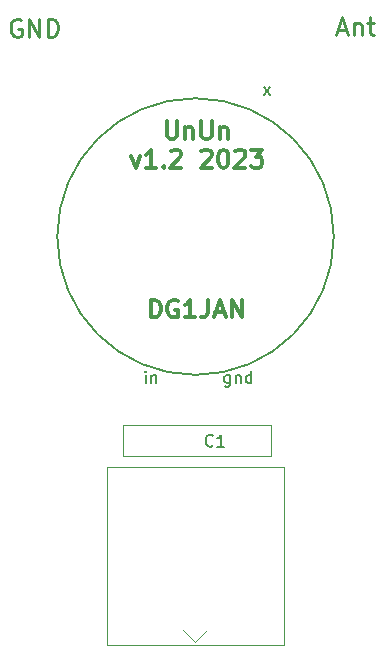
<source format=gbr>
%TF.GenerationSoftware,KiCad,Pcbnew,6.0.2+dfsg-1*%
%TF.CreationDate,2023-08-31T23:38:15+02:00*%
%TF.ProjectId,UnUn_BNC,556e556e-5f42-44e4-932e-6b696361645f,rev?*%
%TF.SameCoordinates,Original*%
%TF.FileFunction,Legend,Top*%
%TF.FilePolarity,Positive*%
%FSLAX46Y46*%
G04 Gerber Fmt 4.6, Leading zero omitted, Abs format (unit mm)*
G04 Created by KiCad (PCBNEW 6.0.2+dfsg-1) date 2023-08-31 23:38:15*
%MOMM*%
%LPD*%
G01*
G04 APERTURE LIST*
%ADD10C,0.250000*%
%ADD11C,0.300000*%
%ADD12C,0.150000*%
%ADD13C,0.120000*%
G04 APERTURE END LIST*
D10*
X129610714Y-48050000D02*
X130325000Y-48050000D01*
X129467857Y-48478571D02*
X129967857Y-46978571D01*
X130467857Y-48478571D01*
X130967857Y-47478571D02*
X130967857Y-48478571D01*
X130967857Y-47621428D02*
X131039285Y-47550000D01*
X131182142Y-47478571D01*
X131396428Y-47478571D01*
X131539285Y-47550000D01*
X131610714Y-47692857D01*
X131610714Y-48478571D01*
X132110714Y-47478571D02*
X132682142Y-47478571D01*
X132325000Y-46978571D02*
X132325000Y-48264285D01*
X132396428Y-48407142D01*
X132539285Y-48478571D01*
X132682142Y-48478571D01*
D11*
X115128571Y-55771071D02*
X115128571Y-56985357D01*
X115200000Y-57128214D01*
X115271428Y-57199642D01*
X115414285Y-57271071D01*
X115700000Y-57271071D01*
X115842857Y-57199642D01*
X115914285Y-57128214D01*
X115985714Y-56985357D01*
X115985714Y-55771071D01*
X116700000Y-56271071D02*
X116700000Y-57271071D01*
X116700000Y-56413928D02*
X116771428Y-56342500D01*
X116914285Y-56271071D01*
X117128571Y-56271071D01*
X117271428Y-56342500D01*
X117342857Y-56485357D01*
X117342857Y-57271071D01*
X118057142Y-55771071D02*
X118057142Y-56985357D01*
X118128571Y-57128214D01*
X118200000Y-57199642D01*
X118342857Y-57271071D01*
X118628571Y-57271071D01*
X118771428Y-57199642D01*
X118842857Y-57128214D01*
X118914285Y-56985357D01*
X118914285Y-55771071D01*
X119628571Y-56271071D02*
X119628571Y-57271071D01*
X119628571Y-56413928D02*
X119700000Y-56342500D01*
X119842857Y-56271071D01*
X120057142Y-56271071D01*
X120200000Y-56342500D01*
X120271428Y-56485357D01*
X120271428Y-57271071D01*
X112128571Y-58686071D02*
X112485714Y-59686071D01*
X112842857Y-58686071D01*
X114200000Y-59686071D02*
X113342857Y-59686071D01*
X113771428Y-59686071D02*
X113771428Y-58186071D01*
X113628571Y-58400357D01*
X113485714Y-58543214D01*
X113342857Y-58614642D01*
X114842857Y-59543214D02*
X114914285Y-59614642D01*
X114842857Y-59686071D01*
X114771428Y-59614642D01*
X114842857Y-59543214D01*
X114842857Y-59686071D01*
X115485714Y-58328928D02*
X115557142Y-58257500D01*
X115700000Y-58186071D01*
X116057142Y-58186071D01*
X116200000Y-58257500D01*
X116271428Y-58328928D01*
X116342857Y-58471785D01*
X116342857Y-58614642D01*
X116271428Y-58828928D01*
X115414285Y-59686071D01*
X116342857Y-59686071D01*
X118057142Y-58328928D02*
X118128571Y-58257500D01*
X118271428Y-58186071D01*
X118628571Y-58186071D01*
X118771428Y-58257500D01*
X118842857Y-58328928D01*
X118914285Y-58471785D01*
X118914285Y-58614642D01*
X118842857Y-58828928D01*
X117985714Y-59686071D01*
X118914285Y-59686071D01*
X119842857Y-58186071D02*
X119985714Y-58186071D01*
X120128571Y-58257500D01*
X120200000Y-58328928D01*
X120271428Y-58471785D01*
X120342857Y-58757500D01*
X120342857Y-59114642D01*
X120271428Y-59400357D01*
X120200000Y-59543214D01*
X120128571Y-59614642D01*
X119985714Y-59686071D01*
X119842857Y-59686071D01*
X119700000Y-59614642D01*
X119628571Y-59543214D01*
X119557142Y-59400357D01*
X119485714Y-59114642D01*
X119485714Y-58757500D01*
X119557142Y-58471785D01*
X119628571Y-58328928D01*
X119700000Y-58257500D01*
X119842857Y-58186071D01*
X120914285Y-58328928D02*
X120985714Y-58257500D01*
X121128571Y-58186071D01*
X121485714Y-58186071D01*
X121628571Y-58257500D01*
X121700000Y-58328928D01*
X121771428Y-58471785D01*
X121771428Y-58614642D01*
X121700000Y-58828928D01*
X120842857Y-59686071D01*
X121771428Y-59686071D01*
X122271428Y-58186071D02*
X123200000Y-58186071D01*
X122700000Y-58757500D01*
X122914285Y-58757500D01*
X123057142Y-58828928D01*
X123128571Y-58900357D01*
X123200000Y-59043214D01*
X123200000Y-59400357D01*
X123128571Y-59543214D01*
X123057142Y-59614642D01*
X122914285Y-59686071D01*
X122485714Y-59686071D01*
X122342857Y-59614642D01*
X122271428Y-59543214D01*
X113742857Y-72378571D02*
X113742857Y-70878571D01*
X114100000Y-70878571D01*
X114314285Y-70950000D01*
X114457142Y-71092857D01*
X114528571Y-71235714D01*
X114600000Y-71521428D01*
X114600000Y-71735714D01*
X114528571Y-72021428D01*
X114457142Y-72164285D01*
X114314285Y-72307142D01*
X114100000Y-72378571D01*
X113742857Y-72378571D01*
X116028571Y-70950000D02*
X115885714Y-70878571D01*
X115671428Y-70878571D01*
X115457142Y-70950000D01*
X115314285Y-71092857D01*
X115242857Y-71235714D01*
X115171428Y-71521428D01*
X115171428Y-71735714D01*
X115242857Y-72021428D01*
X115314285Y-72164285D01*
X115457142Y-72307142D01*
X115671428Y-72378571D01*
X115814285Y-72378571D01*
X116028571Y-72307142D01*
X116100000Y-72235714D01*
X116100000Y-71735714D01*
X115814285Y-71735714D01*
X117528571Y-72378571D02*
X116671428Y-72378571D01*
X117100000Y-72378571D02*
X117100000Y-70878571D01*
X116957142Y-71092857D01*
X116814285Y-71235714D01*
X116671428Y-71307142D01*
X118600000Y-70878571D02*
X118600000Y-71950000D01*
X118528571Y-72164285D01*
X118385714Y-72307142D01*
X118171428Y-72378571D01*
X118028571Y-72378571D01*
X119242857Y-71950000D02*
X119957142Y-71950000D01*
X119100000Y-72378571D02*
X119600000Y-70878571D01*
X120100000Y-72378571D01*
X120600000Y-72378571D02*
X120600000Y-70878571D01*
X121457142Y-72378571D01*
X121457142Y-70878571D01*
D10*
X102757142Y-47175000D02*
X102614285Y-47103571D01*
X102400000Y-47103571D01*
X102185714Y-47175000D01*
X102042857Y-47317857D01*
X101971428Y-47460714D01*
X101900000Y-47746428D01*
X101900000Y-47960714D01*
X101971428Y-48246428D01*
X102042857Y-48389285D01*
X102185714Y-48532142D01*
X102400000Y-48603571D01*
X102542857Y-48603571D01*
X102757142Y-48532142D01*
X102828571Y-48460714D01*
X102828571Y-47960714D01*
X102542857Y-47960714D01*
X103471428Y-48603571D02*
X103471428Y-47103571D01*
X104328571Y-48603571D01*
X104328571Y-47103571D01*
X105042857Y-48603571D02*
X105042857Y-47103571D01*
X105400000Y-47103571D01*
X105614285Y-47175000D01*
X105757142Y-47317857D01*
X105828571Y-47460714D01*
X105900000Y-47746428D01*
X105900000Y-47960714D01*
X105828571Y-48246428D01*
X105757142Y-48389285D01*
X105614285Y-48532142D01*
X105400000Y-48603571D01*
X105042857Y-48603571D01*
D12*
%TO.C,U2*%
X123334495Y-53538380D02*
X123858304Y-52871714D01*
X123334495Y-52871714D02*
X123858304Y-53538380D01*
X120467523Y-77255714D02*
X120467523Y-78065238D01*
X120419904Y-78160476D01*
X120372285Y-78208095D01*
X120277047Y-78255714D01*
X120134190Y-78255714D01*
X120038952Y-78208095D01*
X120467523Y-77874761D02*
X120372285Y-77922380D01*
X120181809Y-77922380D01*
X120086571Y-77874761D01*
X120038952Y-77827142D01*
X119991333Y-77731904D01*
X119991333Y-77446190D01*
X120038952Y-77350952D01*
X120086571Y-77303333D01*
X120181809Y-77255714D01*
X120372285Y-77255714D01*
X120467523Y-77303333D01*
X120943714Y-77255714D02*
X120943714Y-77922380D01*
X120943714Y-77350952D02*
X120991333Y-77303333D01*
X121086571Y-77255714D01*
X121229428Y-77255714D01*
X121324666Y-77303333D01*
X121372285Y-77398571D01*
X121372285Y-77922380D01*
X122277047Y-77922380D02*
X122277047Y-76922380D01*
X122277047Y-77874761D02*
X122181809Y-77922380D01*
X121991333Y-77922380D01*
X121896095Y-77874761D01*
X121848476Y-77827142D01*
X121800857Y-77731904D01*
X121800857Y-77446190D01*
X121848476Y-77350952D01*
X121896095Y-77303333D01*
X121991333Y-77255714D01*
X122181809Y-77255714D01*
X122277047Y-77303333D01*
X113339619Y-77922380D02*
X113339619Y-77255714D01*
X113339619Y-76922380D02*
X113292000Y-76970000D01*
X113339619Y-77017619D01*
X113387238Y-76970000D01*
X113339619Y-76922380D01*
X113339619Y-77017619D01*
X113815809Y-77255714D02*
X113815809Y-77922380D01*
X113815809Y-77350952D02*
X113863428Y-77303333D01*
X113958666Y-77255714D01*
X114101523Y-77255714D01*
X114196761Y-77303333D01*
X114244380Y-77398571D01*
X114244380Y-77922380D01*
%TO.C,C1*%
X119032333Y-83211942D02*
X118984714Y-83259561D01*
X118841857Y-83307180D01*
X118746619Y-83307180D01*
X118603761Y-83259561D01*
X118508523Y-83164323D01*
X118460904Y-83069085D01*
X118413285Y-82878609D01*
X118413285Y-82735752D01*
X118460904Y-82545276D01*
X118508523Y-82450038D01*
X118603761Y-82354800D01*
X118746619Y-82307180D01*
X118841857Y-82307180D01*
X118984714Y-82354800D01*
X119032333Y-82402419D01*
X119984714Y-83307180D02*
X119413285Y-83307180D01*
X119699000Y-83307180D02*
X119699000Y-82307180D01*
X119603761Y-82450038D01*
X119508523Y-82545276D01*
X119413285Y-82592895D01*
%TO.C,U2*%
X129260021Y-65532000D02*
G75*
G03*
X129260021Y-65532000I-11708821J0D01*
G01*
D13*
%TO.C,J1*%
X125025000Y-85075000D02*
X125025000Y-100075000D01*
X110025000Y-85075000D02*
X125025000Y-85075000D01*
X117525000Y-99875000D02*
X116525000Y-98875000D01*
X110025000Y-100075000D02*
X110025000Y-85075000D01*
X117525000Y-99875000D02*
X118525000Y-98875000D01*
X125025000Y-100075000D02*
X110025000Y-100075000D01*
%TO.C,C1*%
X111379000Y-81511800D02*
X123969400Y-81511800D01*
X123969400Y-81511800D02*
X123969400Y-84069200D01*
X123969400Y-84069200D02*
X111379000Y-84069200D01*
X111379000Y-84069200D02*
X111379000Y-81511800D01*
%TD*%
M02*

</source>
